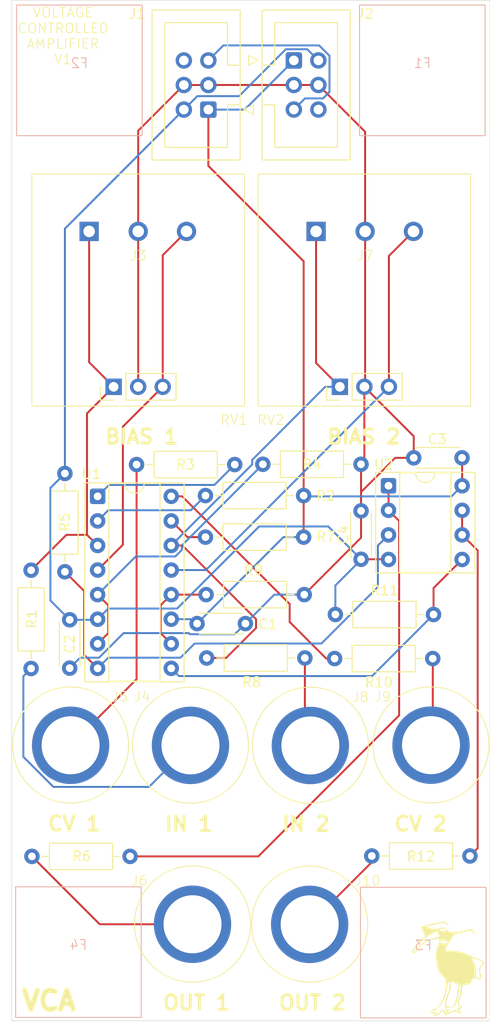
<source format=kicad_pcb>
(kicad_pcb (version 20241229) (generator "pcbnew") (generator_version "9.0")
  (layers (0 "F.Cu" signal) (2 "B.Cu" signal) (13 "F.Paste" user) (15 "B.Paste" user) (5 "F.SilkS" user "F.Silkscreen") (7 "B.SilkS" user "B.Silkscreen") (1 "F.Mask" user) (3 "B.Mask" user) (25 "Edge.Cuts" user))
  (net 0 "")
  (net 1 "-12V")
  (net 2 "GND")
  (net 3 "12V")
  (net 4 "5V")
  (net 7 "Net-(J3-Pin_3)")
  (net 8 "Net-(J3-Pin_1)")
  (net 9 "Net-(J4-Pin_1)")
  (net 10 "Net-(J5-Pin_1)")
  (net 11 "Net-(J6-Pin_1)")
  (net 12 "Net-(J7-Pin_1)")
  (net 13 "Net-(J7-Pin_3)")
  (net 14 "Net-(J8-Pin_1)")
  (net 15 "Net-(J9-Pin_1)")
  (net 16 "Net-(J10-Pin_1)")
  (net 17 "Net-(U1C-DIODE_BIAS)")
  (net 18 "Net-(R3-Pad1)")
  (net 19 "Net-(R4-Pad2)")
  (net 20 "Net-(U2A-+)")
  (net 21 "Net-(U1A-DIODE_BIAS)")
  (net 22 "Net-(R9-Pad2)")
  (net 23 "Net-(R10-Pad1)")
  (net 24 "Net-(U2A--)")
  (net 25 "Net-(U2B-+)")
  (net 26 "Net-(U2B--)")
  (footprint "modular2:banana-jack" (layer "F.Cu") (at 80.909369 121.514203)
    (property "Reference" "J8" (at 5.190631 -4.975062 0) (layer "F.SilkS") (effects (font (thickness 0.1))))
    (property "Value" "Input 2")
    (pad "1" thru_hole circle (at 0 0.024938) (size 8 8) (drill 6) (layers "*.Cu" "*.Mask") (net 14 "Net-(J8-Pin_1)"))
  )
  (footprint "Resistor_THT:R_Axial_DIN0207_L6.3mm_D2.5mm_P10.16mm_Horizontal" (layer "F.Cu") (at 97.429118 132.963937 180)
    (property "Reference" "R12" (at 5.08 -0.042012 0) (layer "F.SilkS"))
    (property "Value" "1k")
    (pad "1" thru_hole circle (at 0 0 180) (size 1.6 1.6) (drill 0.8) (layers "*.Cu" "*.Mask") (net 26 "Net-(U2B--)"))
    (pad "2" thru_hole circle (at 10.16 0 180) (size 1.6 1.6) (drill 0.8) (layers "*.Cu" "*.Mask") (net 16 "Net-(J10-Pin_1)"))
  )
  (footprint "Resistor_THT:R_Axial_DIN0207_L6.3mm_D2.5mm_P10.16mm_Horizontal" (layer "F.Cu") (at 80.211822 100 180)
    (property "Reference" "R7" (at -2.288178 0.042012 0) (layer "F.SilkS"))
    (property "Value" "10k")
    (pad "1" thru_hole circle (at 0 0 180) (size 1.6 1.6) (drill 0.8) (layers "*.Cu" "*.Mask") (net 3 "12V"))
    (pad "2" thru_hole circle (at 10.16 0 180) (size 1.6 1.6) (drill 0.8) (layers "*.Cu" "*.Mask") (net 21 "Net-(U1A-DIODE_BIAS)"))
  )
  (footprint "modular2:banana-jack" (layer "F.Cu") (at 80.836603 140.006636)
    (property "Reference" "J10" (at 6 -4.475062 0) (layer "F.SilkS") (effects (font (thickness 0.1))))
    (property "Value" "Output 2")
    (pad "1" thru_hole circle (at 0 0.024938) (size 8 8) (drill 6) (layers "*.Cu" "*.Mask") (net 16 "Net-(J10-Pin_1)"))
  )
  (footprint "Connector_IDC:IDC-Header_2x03_P2.54mm_Vertical" (layer "F.Cu") (at 70.351278 55.80448 180)
    (property "Reference" "J1" (at 7.351278 9.90948 0) (layer "F.SilkS"))
    (property "Value" "Power")
    (pad "1" thru_hole roundrect (at 0 0 180) (size 1.7 1.7) (drill 1) (layers "*.Cu" "*.Mask") (roundrect_rratio 0.147059) (net 3 "12V"))
    (pad "2" thru_hole circle (at 2.54 0 180) (size 1.7 1.7) (drill 1) (layers "*.Cu" "*.Mask") (net 1 "-12V"))
    (pad "3" thru_hole circle (at 0 2.54 180) (size 1.7 1.7) (drill 1) (layers "*.Cu" "*.Mask") (net 2 "GND"))
    (pad "4" thru_hole circle (at 2.54 2.54 180) (size 1.7 1.7) (drill 1) (layers "*.Cu" "*.Mask") (net 2 "GND"))
    (pad "5" thru_hole circle (at 0 5.08 180) (size 1.7 1.7) (drill 1) (layers "*.Cu" "*.Mask") (net 4 "5V"))
    (pad "6" thru_hole circle (at 2.54 5.08 180) (size 1.7 1.7) (drill 1) (layers "*.Cu" "*.Mask"))
  )
  (footprint "Resistor_THT:R_Axial_DIN0207_L6.3mm_D2.5mm_P10.16mm_Horizontal" (layer "F.Cu") (at 73.08 92.5 180)
    (property "Reference" "R3" (at 5.08 0 0) (layer "F.SilkS"))
    (property "Value" "20k")
    (pad "1" thru_hole circle (at 0 0 180) (size 1.6 1.6) (drill 0.8) (layers "*.Cu" "*.Mask") (net 18 "Net-(R3-Pad1)"))
    (pad "2" thru_hole circle (at 10.16 0 180) (size 1.6 1.6) (drill 0.8) (layers "*.Cu" "*.Mask") (net 10 "Net-(J5-Pin_1)"))
  )
  (footprint "Resistor_THT:R_Axial_DIN0207_L6.3mm_D2.5mm_P10.16mm_Horizontal" (layer "F.Cu") (at 55.5 103.58 90)
    (property "Reference" "R5" (at 5.120971 -0.021263 90) (layer "F.SilkS"))
    (property "Value" "5.1k")
    (pad "1" thru_hole circle (at 0 0 90) (size 1.6 1.6) (drill 0.8) (layers "*.Cu" "*.Mask") (net 20 "Net-(U2A-+)"))
    (pad "2" thru_hole circle (at 10.16 0 90) (size 1.6 1.6) (drill 0.8) (layers "*.Cu" "*.Mask") (net 1 "-12V"))
  )
  (footprint "Package_DIP:DIP-8_W7.62mm_Socket" (layer "F.Cu") (at 89 94.69)
    (property "Reference" "U2" (at -0.5 -2.19 0) (layer "F.SilkS"))
    (property "Value" "TL072")
    (pad "1" thru_hole roundrect (at 0 0) (size 1.6 1.6) (drill 0.8) (layers "*.Cu" "*.Mask") (roundrect_rratio 0.15625) (net 24 "Net-(U2A--)"))
    (pad "2" thru_hole circle (at 0 2.54) (size 1.6 1.6) (drill 0.8) (layers "*.Cu" "*.Mask") (net 24 "Net-(U2A--)"))
    (pad "3" thru_hole circle (at 0 5.08) (size 1.6 1.6) (drill 0.8) (layers "*.Cu" "*.Mask") (net 20 "Net-(U2A-+)"))
    (pad "4" thru_hole circle (at 0 7.62) (size 1.6 1.6) (drill 0.8) (layers "*.Cu" "*.Mask") (net 1 "-12V"))
    (pad "5" thru_hole circle (at 7.62 7.62) (size 1.6 1.6) (drill 0.8) (layers "*.Cu" "*.Mask") (net 25 "Net-(U2B-+)"))
    (pad "6" thru_hole circle (at 7.62 5.08) (size 1.6 1.6) (drill 0.8) (layers "*.Cu" "*.Mask") (net 26 "Net-(U2B--)"))
    (pad "7" thru_hole circle (at 7.62 2.54) (size 1.6 1.6) (drill 0.8) (layers "*.Cu" "*.Mask") (net 26 "Net-(U2B--)"))
    (pad "8" thru_hole circle (at 7.62 0) (size 1.6 1.6) (drill 0.8) (layers "*.Cu" "*.Mask") (net 3 "12V"))
  )
  (footprint "Resistor_THT:R_Axial_DIN0207_L6.3mm_D2.5mm_P10.16mm_Horizontal" (layer "F.Cu") (at 80.27697 105.944623 180)
    (property "Reference" "R9" (at 5.263025 2.513363 0) (layer "F.SilkS"))
    (property "Value" "20k")
    (pad "1" thru_hole circle (at 0 0 180) (size 1.6 1.6) (drill 0.8) (layers "*.Cu" "*.Mask") (net 2 "GND"))
    (pad "2" thru_hole circle (at 10.16 0 180) (size 1.6 1.6) (drill 0.8) (layers "*.Cu" "*.Mask") (net 22 "Net-(R9-Pad2)"))
  )
  (footprint "Capacitor_THT:C_Disc_D4.3mm_W1.9mm_P5.00mm" (layer "F.Cu") (at 74.183846 108.938969 180)
    (property "Reference" "C1" (at -2.316154 -0.061031 0) (layer "F.SilkS"))
    (property "Value" "100nf")
    (pad "1" thru_hole circle (at 0 0 180) (size 1.6 1.6) (drill 0.8) (layers "*.Cu" "*.Mask") (net 2 "GND"))
    (pad "2" thru_hole circle (at 5 0 180) (size 1.6 1.6) (drill 0.8) (layers "*.Cu" "*.Mask") (net 3 "12V"))
  )
  (footprint "modular2:pot-socket" (layer "F.Cu") (at 85.5 76.46)
    (property "Reference" "RV2" (at -8.685 11.435 0) (layer "F.SilkS") (effects (font (thickness 0.1))))
    (property "Value" "1K")
    (pad "" np_thru_hole circle (at -7.5 -11.5) (size 2.2 2.2) (drill 2.2) (layers "*.Cu" "*.Mask"))
    (pad "" np_thru_hole circle (at 9.55 -11.5) (size 2.2 2.2) (drill 2.2) (layers "*.Cu" "*.Mask"))
    (pad "1" thru_hole rect (at -1.54 8 90) (size 1.7 1.7) (drill 1) (layers "*.Cu" "*.Mask") (net 12 "Net-(J7-Pin_1)"))
    (pad "2" thru_hole circle (at 1 8 90) (size 1.7 1.7) (drill 1) (layers "*.Cu" "*.Mask") (net 2 "GND"))
    (pad "3" thru_hole circle (at 3.54 8 90) (size 1.7 1.7) (drill 1) (layers "*.Cu" "*.Mask") (net 13 "Net-(J7-Pin_3)"))
  )
  (footprint "Resistor_THT:R_Axial_DIN0207_L6.3mm_D2.5mm_P10.16mm_Horizontal" (layer "F.Cu") (at 62.247323 133.004329 180)
    (property "Reference" "R6" (at 5.014884 0.012747 0) (layer "F.SilkS"))
    (property "Value" "1k")
    (pad "1" thru_hole circle (at 0 0 180) (size 1.6 1.6) (drill 0.8) (layers "*.Cu" "*.Mask") (net 24 "Net-(U2A--)"))
    (pad "2" thru_hole circle (at 10.16 0 180) (size 1.6 1.6) (drill 0.8) (layers "*.Cu" "*.Mask") (net 11 "Net-(J6-Pin_1)"))
  )
  (footprint "modular2:banana-jack" (layer "F.Cu") (at 93.399066 121.481212)
    (property "Reference" "J9" (at -5 -4.975062 0) (layer "F.SilkS") (effects (font (thickness 0.1))))
    (property "Value" "CV 2")
    (pad "1" thru_hole circle (at 0 0.024938) (size 8 8) (drill 6) (layers "*.Cu" "*.Mask") (net 15 "Net-(J9-Pin_1)"))
  )
  (footprint "Resistor_THT:R_Axial_DIN0207_L6.3mm_D2.5mm_P10.16mm_Horizontal" (layer "F.Cu") (at 83.42 112.553862)
    (property "Reference" "R10" (at 4.58 2.446138 0) (layer "F.SilkS"))
    (property "Value" "20k")
    (pad "1" thru_hole circle (at 0 0) (size 1.6 1.6) (drill 0.8) (layers "*.Cu" "*.Mask") (net 23 "Net-(R10-Pad1)"))
    (pad "2" thru_hole circle (at 10.16 0) (size 1.6 1.6) (drill 0.8) (layers "*.Cu" "*.Mask") (net 15 "Net-(J9-Pin_1)"))
  )
  (footprint "modular2:banana-jack" (layer "F.Cu") (at 68.5 121.502628)
    (property "Reference" "J4" (at -5 -5.002628 0) (layer "F.SilkS") (effects (font (thickness 0.1))))
    (property "Value" "Input 1")
    (pad "1" thru_hole circle (at 0 0.024938) (size 8 8) (drill 6) (layers "*.Cu" "*.Mask") (net 9 "Net-(J4-Pin_1)"))
  )
  (footprint "modular2:pot" (layer "F.Cu") (at 86.58 71.395)
    (property "Reference" "J7" (at 0 -0.5 0) (layer "F.SilkS") (effects (font (thickness 0.1))))
    (property "Value" "Pot")
    (pad "1" thru_hole rect (at -5.08 -3 90) (size 2 2) (drill 1.2) (layers "*.Cu" "*.Mask") (net 12 "Net-(J7-Pin_1)"))
    (pad "2" thru_hole circle (at 0 -3 90) (size 2 2) (drill 1.2) (layers "*.Cu" "*.Mask") (net 2 "GND"))
    (pad "3" thru_hole circle (at 5 -3 90) (size 2 2) (drill 1.2) (layers "*.Cu" "*.Mask") (net 13 "Net-(J7-Pin_3)"))
  )
  (footprint "Resistor_THT:R_Axial_DIN0207_L6.3mm_D2.5mm_P10.16mm_Horizontal" (layer "F.Cu") (at 93.66 108 180)
    (property "Reference" "R11" (at 5.08 2.5 0) (layer "F.SilkS"))
    (property "Value" "5.1k")
    (pad "1" thru_hole circle (at 0 0 180) (size 1.6 1.6) (drill 0.8) (layers "*.Cu" "*.Mask") (net 25 "Net-(U2B-+)"))
    (pad "2" thru_hole circle (at 10.16 0 180) (size 1.6 1.6) (drill 0.8) (layers "*.Cu" "*.Mask") (net 1 "-12V"))
  )
  (footprint "Connector_IDC:IDC-Header_2x03_P2.54mm_Vertical" (layer "F.Cu") (at 79.2 50.72)
    (property "Reference" "J2" (at 7.4 -4.82 0) (layer "F.SilkS"))
    (property "Value" "Power")
    (pad "1" thru_hole roundrect (at 0 0) (size 1.7 1.7) (drill 1) (layers "*.Cu" "*.Mask") (roundrect_rratio 0.147059) (net 3 "12V"))
    (pad "2" thru_hole circle (at 2.54 0) (size 1.7 1.7) (drill 1) (layers "*.Cu" "*.Mask") (net 1 "-12V"))
    (pad "3" thru_hole circle (at 0 2.54) (size 1.7 1.7) (drill 1) (layers "*.Cu" "*.Mask") (net 2 "GND"))
    (pad "4" thru_hole circle (at 2.54 2.54) (size 1.7 1.7) (drill 1) (layers "*.Cu" "*.Mask") (net 2 "GND"))
    (pad "5" thru_hole circle (at 0 5.08) (size 1.7 1.7) (drill 1) (layers "*.Cu" "*.Mask") (net 4 "5V"))
    (pad "6" thru_hole circle (at 2.54 5.08) (size 1.7 1.7) (drill 1) (layers "*.Cu" "*.Mask"))
  )
  (footprint "Resistor_THT:R_Axial_DIN0207_L6.3mm_D2.5mm_P10.16mm_Horizontal" (layer "F.Cu") (at 80.211822 95.706162 180)
    (property "Reference" "R2" (at -2.288178 -0.023381 0) (layer "F.SilkS"))
    (property "Value" "10k")
    (pad "1" thru_hole circle (at 0 0 180) (size 1.6 1.6) (drill 0.8) (layers "*.Cu" "*.Mask") (net 3 "12V"))
    (pad "2" thru_hole circle (at 10.16 0 180) (size 1.6 1.6) (drill 0.8) (layers "*.Cu" "*.Mask") (net 17 "Net-(U1C-DIODE_BIAS)"))
  )
  (footprint "modular2:banana-jack" (layer "F.Cu") (at 56.090755 121.494718)
    (property "Reference" "J5" (at 5.109245 -4.994718 0) (layer "F.SilkS") (effects (font (thickness 0.1))))
    (property "Value" "CV 1")
    (pad "1" thru_hole circle (at 0 0.024938) (size 8 8) (drill 6) (layers "*.Cu" "*.Mask") (net 10 "Net-(J5-Pin_1)"))
  )
  (footprint "modular2:ibis-small" (layer "F.Cu") (at 95.2 144.7)
    (property "Reference" "G***" (hide yes))
    (property "Value" "LOGO" (hide yes))
  )
  (footprint "Capacitor_THT:C_Disc_D4.3mm_W1.9mm_P5.00mm" (layer "F.Cu") (at 86.156346 102.289996 90)
    (property "Reference" "C4" (at 2.534288 -1.812098 90) (layer "F.SilkS"))
    (property "Value" "100nf")
    (pad "1" thru_hole circle (at 0 0 90) (size 1.6 1.6) (drill 0.8) (layers "*.Cu" "*.Mask") (net 1 "-12V"))
    (pad "2" thru_hole circle (at 5 0 90) (size 1.6 1.6) (drill 0.8) (layers "*.Cu" "*.Mask") (net 2 "GND"))
  )
  (footprint "Capacitor_THT:C_Disc_D4.3mm_W1.9mm_P5.00mm" (layer "F.Cu") (at 55.995297 108.544862 -90)
    (property "Reference" "C2" (at 2.5 0 90) (layer "F.SilkS"))
    (property "Value" "100nf")
    (pad "1" thru_hole circle (at 0 0 270) (size 1.6 1.6) (drill 0.8) (layers "*.Cu" "*.Mask") (net 1 "-12V"))
    (pad "2" thru_hole circle (at 5 0 270) (size 1.6 1.6) (drill 0.8) (layers "*.Cu" "*.Mask") (net 2 "GND"))
  )
  (footprint "modular2:pot" (layer "F.Cu") (at 63.089532 71.395)
    (property "Reference" "J3" (at 0 -0.5 0) (layer "F.SilkS") (effects (font (thickness 0.1))))
    (property "Value" "Pot")
    (pad "1" thru_hole rect (at -5.08 -3 90) (size 2 2) (drill 1.2) (layers "*.Cu" "*.Mask") (net 8 "Net-(J3-Pin_1)"))
    (pad "2" thru_hole circle (at 0 -3 90) (size 2 2) (drill 1.2) (layers "*.Cu" "*.Mask") (net 2 "GND"))
    (pad "3" thru_hole circle (at 5 -3 90) (size 2 2) (drill 1.2) (layers "*.Cu" "*.Mask") (net 7 "Net-(J3-Pin_3)"))
  )
  (footprint "Resistor_THT:R_Axial_DIN0207_L6.3mm_D2.5mm_P10.16mm_Horizontal" (layer "F.Cu") (at 52 103.42 -90)
    (property "Reference" "R1" (at 5.045145 -0.057846 90) (layer "F.SilkS"))
    (property "Value" "20k")
    (pad "1" thru_hole circle (at 0 0 270) (size 1.6 1.6) (drill 0.8) (layers "*.Cu" "*.Mask") (net 8 "Net-(J3-Pin_1)"))
    (pad "2" thru_hole circle (at 10.16 0 270) (size 1.6 1.6) (drill 0.8) (layers "*.Cu" "*.Mask") (net 9 "Net-(J4-Pin_1)"))
  )
  (footprint "modular2:banana-jack" (layer "F.Cu") (at 68.711444 139.997243)
    (property "Reference" "J6" (at -5.5 -4.475062 0) (layer "F.SilkS") (effects (font (thickness 0.1))))
    (property "Value" "Output 1")
    (pad "1" thru_hole circle (at 0 0.024938) (size 8 8) (drill 6) (layers "*.Cu" "*.Mask") (net 11 "Net-(J6-Pin_1)"))
  )
  (footprint "modular2:pot-socket" (layer "F.Cu") (at 62.085 76.46)
    (property "Reference" "RV1" (at 10.915 11.435 0) (layer "F.SilkS") (effects (font (thickness 0.1))))
    (property "Value" "1K")
    (pad "" np_thru_hole circle (at -7.5 -11.5) (size 2.2 2.2) (drill 2.2) (layers "*.Cu" "*.Mask"))
    (pad "" np_thru_hole circle (at 9.55 -11.5) (size 2.2 2.2) (drill 2.2) (layers "*.Cu" "*.Mask"))
    (pad "1" thru_hole rect (at -1.54 8 90) (size 1.7 1.7) (drill 1) (layers "*.Cu" "*.Mask") (net 8 "Net-(J3-Pin_1)"))
    (pad "2" thru_hole circle (at 1 8 90) (size 1.7 1.7) (drill 1) (layers "*.Cu" "*.Mask") (net 2 "GND"))
    (pad "3" thru_hole circle (at 3.54 8 90) (size 1.7 1.7) (drill 1) (layers "*.Cu" "*.Mask") (net 7 "Net-(J3-Pin_3)"))
  )
  (footprint "Resistor_THT:R_Axial_DIN0207_L6.3mm_D2.5mm_P10.16mm_Horizontal" (layer "F.Cu") (at 70.180138 112.493625)
    (property "Reference" "R8" (at 4.66 2.506375 0) (layer "F.SilkS"))
    (property "Value" "20k")
    (pad "1" thru_hole circle (at 0 0) (size 1.6 1.6) (drill 0.8) (layers "*.Cu" "*.Mask") (net 12 "Net-(J7-Pin_1)"))
    (pad "2" thru_hole circle (at 10.16 0) (size 1.6 1.6) (drill 0.8) (layers "*.Cu" "*.Mask") (net 14 "Net-(J8-Pin_1)"))
  )
  (footprint "Resistor_THT:R_Axial_DIN0207_L6.3mm_D2.5mm_P10.16mm_Horizontal" (layer "F.Cu") (at 86.152534 92.469898 180)
    (property "Reference" "R4" (at 5.08 0 0) (layer "F.SilkS"))
    (property "Value" "20k")
    (pad "1" thru_hole circle (at 0 0 180) (size 1.6 1.6) (drill 0.8) (layers "*.Cu" "*.Mask") (net 2 "GND"))
    (pad "2" thru_hole circle (at 10.16 0 180) (size 1.6 1.6) (drill 0.8) (layers "*.Cu" "*.Mask") (net 19 "Net-(R4-Pad2)"))
  )
  (footprint "Capacitor_THT:C_Disc_D4.3mm_W1.9mm_P5.00mm" (layer "F.Cu") (at 91.610297 91.804394)
    (property "Reference" "C3" (at 2.430892 -1.931905 0) (layer "F.SilkS"))
    (property "Value" "100nf")
    (pad "1" thru_hole circle (at 0 0) (size 1.6 1.6) (drill 0.8) (layers "*.Cu" "*.Mask") (net 2 "GND"))
    (pad "2" thru_hole circle (at 5 0) (size 1.6 1.6) (drill 0.8) (layers "*.Cu" "*.Mask") (net 3 "12V"))
  )
  (footprint "Package_DIP:DIP-16_W7.62mm_Socket" (layer "F.Cu") (at 58.887798 95.78453)
    (property "Reference" "U1" (at -0.65008 -2.315744 0) (layer "F.SilkS"))
    (property "Value" "LM13700")
    (pad "1" thru_hole roundrect (at 0 0) (size 1.6 1.6) (drill 0.8) (layers "*.Cu" "*.Mask") (roundrect_rratio 0.15625) (net 18 "Net-(R3-Pad1)"))
    (pad "2" thru_hole circle (at 0 2.54) (size 1.6 1.6) (drill 0.8) (layers "*.Cu" "*.Mask") (net 17 "Net-(U1C-DIODE_BIAS)"))
    (pad "3" thru_hole circle (at 0 5.08) (size 1.6 1.6) (drill 0.8) (layers "*.Cu" "*.Mask") (net 8 "Net-(J3-Pin_1)"))
    (pad "4" thru_hole circle (at 0 7.62) (size 1.6 1.6) (drill 0.8) (layers "*.Cu" "*.Mask") (net 7 "Net-(J3-Pin_3)"))
    (pad "5" thru_hole circle (at 0 10.16) (size 1.6 1.6) (drill 0.8) (layers "*.Cu" "*.Mask") (net 19 "Net-(R4-Pad2)"))
    (pad "6" thru_hole circle (at 0 12.7) (size 1.6 1.6) (drill 0.8) (layers "*.Cu" "*.Mask") (net 1 "-12V"))
    (pad "7" thru_hole circle (at 0 15.24) (size 1.6 1.6) (drill 0.8) (layers "*.Cu" "*.Mask") (net 19 "Net-(R4-Pad2)"))
    (pad "8" thru_hole circle (at 0 17.78) (size 1.6 1.6) (drill 0.8) (layers "*.Cu" "*.Mask") (net 20 "Net-(U2A-+)"))
    (pad "9" thru_hole circle (at 7.62 17.78) (size 1.6 1.6) (drill 0.8) (layers "*.Cu" "*.Mask") (net 25 "Net-(U2B-+)"))
    (pad "10" thru_hole circle (at 7.62 15.24) (size 1.6 1.6) (drill 0.8) (layers "*.Cu" "*.Mask") (net 22 "Net-(R9-Pad2)"))
    (pad "11" thru_hole circle (at 7.62 12.7) (size 1.6 1.6) (drill 0.8) (layers "*.Cu" "*.Mask") (net 3 "12V"))
    (pad "12" thru_hole circle (at 7.62 10.16) (size 1.6 1.6) (drill 0.8) (layers "*.Cu" "*.Mask") (net 22 "Net-(R9-Pad2)"))
    (pad "13" thru_hole circle (at 7.62 7.62) (size 1.6 1.6) (drill 0.8) (layers "*.Cu" "*.Mask") (net 13 "Net-(J7-Pin_3)"))
    (pad "14" thru_hole circle (at 7.62 5.08) (size 1.6 1.6) (drill 0.8) (layers "*.Cu" "*.Mask") (net 12 "Net-(J7-Pin_1)"))
    (pad "15" thru_hole circle (at 7.62 2.54) (size 1.6 1.6) (drill 0.8) (layers "*.Cu" "*.Mask") (net 21 "Net-(U1A-DIODE_BIAS)"))
    (pad "16" thru_hole circle (at 7.62 0) (size 1.6 1.6) (drill 0.8) (layers "*.Cu" "*.Mask") (net 23 "Net-(R10-Pad1)"))
  )
  (footprint "modular2:foot" (layer "B.Cu") (at 56.9 142.65 180)
    (property "Reference" "F4" (at 0 0.5 0) (layer "B.SilkS") (effects (font (thickness 0.1)) (justify mirror)))
    (property "Value" "foot")
  )
  (footprint "modular2:foot" (layer "B.Cu") (at 92.6 142.7 180)
    (property "Reference" "F3" (at 0 0.5 0) (layer "B.SilkS") (effects (font (thickness 0.1)) (justify mirror)))
    (property "Value" "foot")
  )
  (footprint "modular2:foot" (layer "B.Cu") (at 57 51.5 180)
    (property "Reference" "F2" (at 0 0.5 0) (layer "B.SilkS") (effects (font (thickness 0.1)) (justify mirror)))
    (property "Value" "foot")
  )
  (footprint "modular2:foot" (layer "B.Cu") (at 92.5 51.5 180)
    (property "Reference" "F1" (at 0 0.5 0) (layer "B.SilkS") (effects (font (thickness 0.1)) (justify mirror)))
    (property "Value" "foot")
  )
  (gr_rect (start 50 44.5) (end 99.5 150) (stroke (width 0.05)) (fill no) (layer "Edge.Cuts"))
  (gr_text "VCA" (at 50.8 149.1 0) (layer "F.SilkS") (effects (font (size 2 2) (thickness 0.5) (bold yes)) (justify left bottom)))
  (gr_text "CV 2" (at 89.456848 130.516528 0) (layer "F.SilkS") (effects (font (size 1.5 1.5) (thickness 0.3) (bold yes)) (justify left bottom)))
  (gr_text "IN 1" (at 65.706922 130.519656 0) (layer "F.SilkS") (effects (font (size 1.5 1.5) (thickness 0.3) (bold yes)) (justify left bottom)))
  (gr_text "OUT 2" (at 77.5 149 0) (layer "F.SilkS") (effects (font (size 1.5 1.5) (thickness 0.3) (bold yes)) (justify left bottom)))
  (gr_text "IN 2" (at 77.830942 130.532761 0) (layer "F.SilkS") (effects (font (size 1.5 1.5) (thickness 0.3) (bold yes)) (justify left bottom)))
  (gr_text "BIAS 2" (at 82.5 90.5 0) (layer "F.SilkS") (effects (font (size 1.5 1.5) (thickness 0.3) (bold yes)) (justify left bottom)))
  (gr_text "BIAS 1" (at 59.5 90.5 0) (layer "F.SilkS") (effects (font (size 1.5 1.5) (thickness 0.3) (bold yes)) (justify left bottom)))
  (gr_text "OUT 1" (at 65.5 149 0) (layer "F.SilkS") (effects (font (size 1.5 1.5) (thickness 0.3) (bold yes)) (justify left bottom)))
  (gr_text "CV 1" (at 53.590755 130.494718 0) (layer "F.SilkS") (effects (font (size 1.5 1.5) (thickness 0.3) (bold yes)) (justify left bottom)))
  (gr_text "VOLTAGE\nCONTROLLED\nAMPLIFIER\nV1" (at 55.3 48.2 0) (layer "F.SilkS") (effects (font (size 1 1) (thickness 0.1))))
  (segment (start 86.156346 102.289996) (end 88.979996 102.289996) (width 0.2) (layer "F.Cu") (net 1))
  (segment (start 88.979996 102.289996) (end 89 102.31) (width 0.2) (layer "F.Cu") (net 1))
  (segment (start 78.36484 49.569) (end 80.589 49.569) (width 0.2) (layer "B.Cu") (net 1))
  (segment (start 75.605543 98.899) (end 82.76535 98.899) (width 0.2) (layer "B.Cu") (net 1))
  (segment (start 55.5 93.42) (end 55.5 68.115758) (width 0.2) (layer "B.Cu") (net 1))
  (segment (start 55.5 93.42) (end 54 94.92) (width 0.2) (layer "B.Cu") (net 1))
  (segment (start 86.156346 102.343654) (end 83.5 105) (width 0.2) (layer "B.Cu") (net 1))
  (segment (start 86.156346 102.289996) (end 86.156346 102.343654) (width 0.2) (layer "B.Cu") (net 1))
  (segment (start 58.887798 108.48453) (end 59.988798 107.38353) (width 0.2) (layer "B.Cu") (net 1))
  (segment (start 83.5 105) (end 83.5 108) (width 0.2) (layer "B.Cu") (net 1))
  (segment (start 55.5 68.115758) (end 67.811278 55.80448) (width 0.2) (layer "B.Cu") (net 1))
  (segment (start 73.51836 54.41548) (end 78.36484 49.569) (width 0.2) (layer "B.Cu") (net 1))
  (segment (start 67.811278 55.80448) (end 69.200278 54.41548) (width 0.2) (layer "B.Cu") (net 1))
  (segment (start 80.589 49.569) (end 81.74 50.72) (width 0.2) (layer "B.Cu") (net 1))
  (segment (start 82.76535 98.899) (end 86.156346 102.289996) (width 0.2) (layer "B.Cu") (net 1))
  (segment (start 67.121013 107.38353) (end 75.605543 98.899) (width 0.2) (layer "B.Cu") (net 1))
  (segment (start 58.827466 108.544862) (end 58.887798 108.48453) (width 0.2) (layer "B.Cu") (net 1))
  (segment (start 54 106.549565) (end 55.995297 108.544862) (width 0.2) (layer "B.Cu") (net 1))
  (segment (start 69.200278 54.41548) (end 73.51836 54.41548) (width 0.2) (layer "B.Cu") (net 1))
  (segment (start 55.995297 108.544862) (end 58.827466 108.544862) (width 0.2) (layer "B.Cu") (net 1))
  (segment (start 59.988798 107.38353) (end 67.121013 107.38353) (width 0.2) (layer "B.Cu") (net 1))
  (segment (start 54 94.92) (end 54 106.549565) (width 0.2) (layer "B.Cu") (net 1))
  (segment (start 70.351278 53.26448) (end 70.66448 53.26448) (width 0.2) (layer "F.Cu") (net 2))
  (segment (start 70.66896 53.26) (end 81.74 53.26) (width 0.2) (layer "F.Cu") (net 2))
  (segment (start 86.58 58.1) (end 81.74 53.26) (width 0.2) (layer "F.Cu") (net 2))
  (segment (start 70.66448 53.26448) (end 70.66896 53.26) (width 0.2) (layer "F.Cu") (net 2))
  (segment (start 67.811278 53.26448) (end 70.351278 53.26448) (width 0.2) (layer "F.Cu") (net 2))
  (segment (start 86.156346 92.47371) (end 86.152534 92.469898) (width 0.2) (layer "F.Cu") (net 2))
  (segment (start 63.089532 68.395) (end 63.089532 57.986226) (width 0.2) (layer "F.Cu") (net 2))
  (segment (start 63.089532 84.455468) (end 63.085 84.46) (width 0.2) (layer "F.Cu") (net 2))
  (segment (start 91.610297 89.570297) (end 91.610297 91.804394) (width 0.2) (layer "F.Cu") (net 2))
  (segment (start 86.58 84.38) (end 86.5 84.46) (width 0.2) (layer "F.Cu") (net 2))
  (segment (start 86.58 68.395) (end 86.58 58.1) (width 0.2) (layer "F.Cu") (net 2))
  (segment (start 63.089532 57.986226) (end 67.811278 53.26448) (width 0.2) (layer "F.Cu") (net 2))
  (segment (start 86.5 84.46) (end 86.5 92.122432) (width 0.2) (layer "F.Cu") (net 2))
  (segment (start 86.156346 95.343654) (end 86.156346 97.289996) (width 0.2) (layer "F.Cu") (net 2))
  (segment (start 86.156346 100.065247) (end 80.27697 105.944623) (width 0.2) (layer "F.Cu") (net 2))
  (segment (start 89.695606 91.804394) (end 86.156346 95.343654) (width 0.2) (layer "F.Cu") (net 2))
  (segment (start 86.5 84.46) (end 91.610297 89.570297) (width 0.2) (layer "F.Cu") (net 2))
  (segment (start 86.156346 97.289996) (end 86.156346 92.47371) (width 0.2) (layer "F.Cu") (net 2))
  (segment (start 86.156346 97.289996) (end 86.156346 100.065247) (width 0.2) (layer "F.Cu") (net 2))
  (segment (start 91.610297 91.804394) (end 89.695606 91.804394) (width 0.2) (layer "F.Cu") (net 2))
  (segment (start 86.58 68.395) (end 86.58 84.38) (width 0.2) (layer "F.Cu") (net 2))
  (segment (start 63.089532 68.395) (end 63.089532 84.455468) (width 0.2) (layer "F.Cu") (net 2))
  (segment (start 86.5 92.122432) (end 86.152534 92.469898) (width 0.2) (layer "F.Cu") (net 2))
  (segment (start 77.178192 105.944623) (end 74.183846 108.938969) (width 0.2) (layer "B.Cu") (net 2))
  (segment (start 73.082846 110.039969) (end 74.183846 108.938969) (width 0.2) (layer "B.Cu") (net 2))
  (segment (start 80.27697 105.944623) (end 77.178192 105.944623) (width 0.2) (layer "B.Cu") (net 2))
  (segment (start 68.440969 110.039969) (end 73.082846 110.039969) (width 0.2) (layer "B.Cu") (net 2))
  (segment (start 59.03647 112.46353) (end 61.57647 109.92353) (width 0.2) (layer "B.Cu") (net 2))
  (segment (start 68.32453 109.92353) (end 68.440969 110.039969) (width 0.2) (layer "B.Cu") (net 2))
  (segment (start 57.076629 112.46353) (end 59.03647 112.46353) (width 0.2) (layer "B.Cu") (net 2))
  (segment (start 61.57647 109.92353) (end 68.32453 109.92353) (width 0.2) (layer "B.Cu") (net 2))
  (segment (start 55.995297 113.544862) (end 57.076629 112.46353) (width 0.2) (layer "B.Cu") (net 2))
  (segment (start 70.351278 61.624254) (end 70.351278 55.80448) (width 0.2) (layer "F.Cu") (net 3))
  (segment (start 80.211822 95.706162) (end 80.211822 100) (width 0.2) (layer "F.Cu") (net 3))
  (segment (start 96.62 91.814097) (end 96.610297 91.804394) (width 0.2) (layer "F.Cu") (net 3))
  (segment (start 80.211822 71.484798) (end 70.351278 61.624254) (width 0.2) (layer "F.Cu") (net 3))
  (segment (start 80.211822 95.706162) (end 80.211822 71.484798) (width 0.2) (layer "F.Cu") (net 3))
  (segment (start 96.62 94.69) (end 96.62 91.814097) (width 0.2) (layer "F.Cu") (net 3))
  (segment (start 68.938969 108.938969) (end 68.48453 108.48453) (width 0.2) (layer "B.Cu") (net 3))
  (segment (start 70.351278 55.80448) (end 74.11552 55.80448) (width 0.2) (layer "B.Cu") (net 3))
  (segment (start 68.48453 108.48453) (end 66.507798 108.48453) (width 0.2) (layer "B.Cu") (net 3))
  (segment (start 78.122815 100) (end 69.183846 108.938969) (width 0.2) (layer "B.Cu") (net 3))
  (segment (start 80.211822 100) (end 78.122815 100) (width 0.2) (layer "B.Cu") (net 3))
  (segment (start 80.211822 95.706162) (end 80.29666 95.791) (width 0.2) (layer "B.Cu") (net 3))
  (segment (start 95.519 95.791) (end 96.62 94.69) (width 0.2) (layer "B.Cu") (net 3))
  (segment (start 80.29666 95.791) (end 95.519 95.791) (width 0.2) (layer "B.Cu") (net 3))
  (segment (start 69.183846 108.938969) (end 68.938969 108.938969) (width 0.2) (layer "B.Cu") (net 3))
  (segment (start 74.11552 55.80448) (end 79.2 50.72) (width 0.2) (layer "B.Cu") (net 3))
  (segment (start 82.891 50.24324) (end 82.891 53.97476) (width 0.2) (layer "B.Cu") (net 4))
  (segment (start 81.81576 49.168) (end 82.891 50.24324) (width 0.2) (layer "B.Cu") (net 4))
  (segment (start 82.891 53.97476) (end 82.21676 54.649) (width 0.2) (layer "B.Cu") (net 4))
  (segment (start 70.351278 50.72448) (end 71.907758 49.168) (width 0.2) (layer "B.Cu") (net 4))
  (segment (start 82.21676 54.649) (end 80.351 54.649) (width 0.2) (layer "B.Cu") (net 4))
  (segment (start 80.351 54.649) (end 79.2 55.8) (width 0.2) (layer "B.Cu") (net 4))
  (segment (start 71.907758 49.168) (end 81.81576 49.168) (width 0.2) (layer "B.Cu") (net 4))
  (segment (start 61.5 88.585) (end 61.5 100.792328) (width 0.2) (layer "F.Cu") (net 7))
  (segment (start 65.625 70.859532) (end 65.625 84.46) (width 0.2) (layer "F.Cu") (net 7))
  (segment (start 65.625 84.46) (end 61.5 88.585) (width 0.2) (layer "F.Cu") (net 7))
  (segment (start 68.089532 68.395) (end 65.625 70.859532) (width 0.2) (layer "F.Cu") (net 7))
  (segment (start 61.5 100.792328) (end 58.887798 103.40453) (width 0.2) (layer "F.Cu") (net 7))
  (segment (start 55.65647 99.76353) (end 57.786798 99.76353) (width 0.2) (layer "F.Cu") (net 8))
  (segment (start 57.786798 99.76353) (end 58.887798 100.86453) (width 0.2) (layer "F.Cu") (net 8))
  (segment (start 57.786798 87.218202) (end 57.786798 99.76353) (width 0.2) (layer "F.Cu") (net 8))
  (segment (start 60.545 84.46) (end 57.786798 87.218202) (width 0.2) (layer "F.Cu") (net 8))
  (segment (start 58.009532 81.924532) (end 60.545 84.46) (width 0.2) (layer "F.Cu") (net 8))
  (segment (start 52 103.42) (end 55.65647 99.76353) (width 0.2) (layer "F.Cu") (net 8))
  (segment (start 58.009532 68.395) (end 58.009532 81.924532) (width 0.2) (layer "F.Cu") (net 8))
  (segment (start 52 113.58) (end 51.200001 114.379999) (width 0.2) (layer "B.Cu") (net 9))
  (segment (start 54.309222 125.820656) (end 64.20691 125.820656) (width 0.2) (layer "B.Cu") (net 9))
  (segment (start 51.200001 114.379999) (end 51.200001 122.711435) (width 0.2) (layer "B.Cu") (net 9))
  (segment (start 64.20691 125.820656) (end 68.5 121.527566) (width 0.2) (layer "B.Cu") (net 9))
  (segment (start 51.200001 122.711435) (end 54.309222 125.820656) (width 0.2) (layer "B.Cu") (net 9))
  (segment (start 62.92 114.690411) (end 56.090755 121.519656) (width 0.2) (layer "F.Cu") (net 10))
  (segment (start 62.92 92.5) (end 62.92 114.690411) (width 0.2) (layer "F.Cu") (net 10))
  (segment (start 68.711444 140.022181) (end 59.105175 140.022181) (width 0.2) (layer "F.Cu") (net 11))
  (segment (start 59.105175 140.022181) (end 52.087323 133.004329) (width 0.2) (layer "F.Cu") (net 11))
  (segment (start 66.507798 100.86453) (end 67.666457 100.86453) (width 0.2) (layer "F.Cu") (net 12))
  (segment (start 81.5 82) (end 83.96 84.46) (width 0.2) (layer "F.Cu") (net 12))
  (segment (start 75.284846 109.395019) (end 72.18624 112.493625) (width 0.2) (layer "F.Cu") (net 12))
  (segment (start 67.666457 100.86453) (end 75.284846 108.482919) (width 0.2) (layer "F.Cu") (net 12))
  (segment (start 75.284846 108.482919) (end 75.284846 109.395019) (width 0.2) (layer "F.Cu") (net 12))
  (segment (start 81.5 68.395) (end 81.5 82) (width 0.2) (layer "F.Cu") (net 12))
  (segment (start 72.18624 112.493625) (end 70.180138 112.493625) (width 0.2) (layer "F.Cu") (net 12))
  (segment (start 74.891534 92.013848) (end 74.891534 92.480794) (width 0.2) (layer "B.Cu") (net 12))
  (segment (start 83.96 84.46) (end 82.445382 84.46) (width 0.2) (layer "B.Cu") (net 12))
  (segment (start 82.445382 84.46) (end 74.891534 92.013848) (width 0.2) (layer "B.Cu") (net 12))
  (segment (start 74.891534 92.480794) (end 66.507798 100.86453) (width 0.2) (layer "B.Cu") (net 12))
  (segment (start 89.04 70.935) (end 89.04 84.46) (width 0.2) (layer "F.Cu") (net 13))
  (segment (start 91.58 68.395) (end 89.04 70.935) (width 0.2) (layer "F.Cu") (net 13))
  (segment (start 70.09547 103.40453) (end 89.04 84.46) (width 0.2) (layer "B.Cu") (net 13))
  (segment (start 66.507798 103.40453) (end 70.09547 103.40453) (width 0.2) (layer "B.Cu") (net 13))
  (segment (start 80.340138 120.96991) (end 80.909369 121.539141) (width 0.2) (layer "F.Cu") (net 14))
  (segment (start 80.340138 112.493625) (end 80.340138 120.96991) (width 0.2) (layer "F.Cu") (net 14))
  (segment (start 93.58 120.393376) (end 92.456848 121.516528) (width 0.2) (layer "F.Cu") (net 15))
  (segment (start 93.58 112.553862) (end 93.58 121.325216) (width 0.2) (layer "F.Cu") (net 15))
  (segment (start 93.58 121.325216) (end 93.399066 121.50615) (width 0.2) (layer "F.Cu") (net 15))
  (segment (start 87.269118 133.599059) (end 87.269118 132.963937) (width 0.2) (layer "F.Cu") (net 16))
  (segment (start 80.836603 140.031574) (end 87.269118 133.599059) (width 0.2) (layer "F.Cu") (net 16))
  (segment (start 68.534454 97.22353) (end 70.051822 95.706162) (width 0.2) (layer "B.Cu") (net 17))
  (segment (start 59.988798 97.22353) (end 68.534454 97.22353) (width 0.2) (layer "B.Cu") (net 17))
  (segment (start 58.887798 98.32453) (end 59.988798 97.22353) (width 0.2) (layer "B.Cu") (net 17))
  (segment (start 70.974838 94.605162) (end 73.08 92.5) (width 0.2) (layer "B.Cu") (net 18))
  (segment (start 58.887798 95.78453) (end 60.067166 94.605162) (width 0.2) (layer "B.Cu") (net 18))
  (segment (start 60.067166 94.605162) (end 70.974838 94.605162) (width 0.2) (layer "B.Cu") (net 18))
  (segment (start 59.988798 107.04553) (end 59.988798 109.92353) (width 0.2) (layer "F.Cu") (net 19))
  (segment (start 58.887798 105.94453) (end 59.988798 107.04553) (width 0.2) (layer "F.Cu") (net 19))
  (segment (start 59.988798 109.92353) (end 58.887798 111.02453) (width 0.2) (layer "F.Cu") (net 19))
  (segment (start 66.929378 102) (end 62.832328 102) (width 0.2) (layer "B.Cu") (net 19))
  (segment (start 75.992534 92.469898) (end 67.608798 100.853634) (width 0.2) (layer "B.Cu") (net 19))
  (segment (start 62.832328 102) (end 58.887798 105.94453) (width 0.2) (layer "B.Cu") (net 19))
  (segment (start 67.608798 100.853634) (end 67.608798 101.32058) (width 0.2) (layer "B.Cu") (net 19))
  (segment (start 67.608798 101.32058) (end 66.929378 102) (width 0.2) (layer "B.Cu") (net 19))
  (segment (start 57.5 105.58) (end 57.5 112.176732) (width 0.2) (layer "F.Cu") (net 20))
  (segment (start 55.5 103.58) (end 57.5 105.58) (width 0.2) (layer "F.Cu") (net 20))
  (segment (start 57.5 112.176732) (end 58.887798 113.56453) (width 0.2) (layer "F.Cu") (net 20))
  (segment (start 87.899 105.15805) (end 87.899 100.871) (width 0.2) (layer "B.Cu") (net 20))
  (segment (start 87.899 100.871) (end 89 99.77) (width 0.2) (layer "B.Cu") (net 20))
  (segment (start 82.05705 111) (end 87.899 105.15805) (width 0.2) (layer "B.Cu") (net 20))
  (segment (start 59.988798 112.46353) (end 67.46353 112.46353) (width 0.2) (layer "B.Cu") (net 20))
  (segment (start 68.92706 111) (end 82.05705 111) (width 0.2) (layer "B.Cu") (net 20))
  (segment (start 67.46353 112.46353) (end 68.92706 111) (width 0.2) (layer "B.Cu") (net 20))
  (segment (start 58.887798 113.56453) (end 59.988798 112.46353) (width 0.2) (layer "B.Cu") (net 20))
  (segment (start 68.183268 100) (end 66.507798 98.32453) (width 0.2) (layer "F.Cu") (net 21))
  (segment (start 70.051822 100) (end 68.183268 100) (width 0.2) (layer "F.Cu") (net 21))
  (segment (start 66.507798 105.94453) (end 66.94453 105.94453) (width 0.2) (layer "F.Cu") (net 22))
  (segment (start 66.94453 105.94453) (end 66.944623 105.944623) (width 0.2) (layer "F.Cu") (net 22))
  (segment (start 65.406798 107.04553) (end 66.507798 105.94453) (width 0.2) (layer "F.Cu") (net 22))
  (segment (start 65.406798 109.92353) (end 65.406798 107.04553) (width 0.2) (layer "F.Cu") (net 22))
  (segment (start 66.507798 111.02453) (end 65.406798 109.92353) (width 0.2) (layer "F.Cu") (net 22))
  (segment (start 66.944623 105.944623) (end 70.11697 105.944623) (width 0.2) (layer "F.Cu") (net 22))
  (segment (start 78.767001 106.912363) (end 78.767001 108.767001) (width 0.2) (layer "F.Cu") (net 23))
  (segment (start 78.767001 108.767001) (end 82.553862 112.553862) (width 0.2) (layer "F.Cu") (net 23))
  (segment (start 82.553862 112.553862) (end 83.42 112.553862) (width 0.2) (layer "F.Cu") (net 23))
  (segment (start 67.639168 95.78453) (end 78.767001 106.912363) (width 0.2) (layer "F.Cu") (net 23))
  (segment (start 66.507798 95.78453) (end 67.639168 95.78453) (width 0.2) (layer "F.Cu") (net 23))
  (segment (start 89 97.23) (end 89 94.69) (width 0.2) (layer "F.Cu") (net 24))
  (segment (start 90.101 98.331) (end 89 97.23) (width 0.2) (layer "F.Cu") (net 24))
  (segment (start 75.526714 133.004329) (end 90.101 118.430043) (width 0.2) (layer "F.Cu") (net 24))
  (segment (start 90.101 118.430043) (end 90.101 98.331) (width 0.2) (layer "F.Cu") (net 24))
  (segment (start 62.247323 133.004329) (end 75.526714 133.004329) (width 0.2) (layer "F.Cu") (net 24))
  (segment (start 93.66 105.27) (end 96.62 102.31) (width 0.2) (layer "F.Cu") (net 25))
  (segment (start 93.66 108) (end 93.66 105.27) (width 0.2) (layer "F.Cu") (net 25))
  (segment (start 87.295471 114.364529) (end 93.66 108) (width 0.2) (layer "B.Cu") (net 25))
  (segment (start 67.307797 114.364529) (end 87.295471 114.364529) (width 0.2) (layer "B.Cu") (net 25))
  (segment (start 66.507798 113.56453) (end 67.307797 114.364529) (width 0.2) (layer "B.Cu") (net 25))
  (segment (start 96.62 99.77) (end 96.62 97.23) (width 0.2) (layer "F.Cu") (net 26))
  (segment (start 98.229117 132.163938) (end 98.229117 101.379117) (width 0.2) (layer "F.Cu") (net 26))
  (segment (start 98.229117 101.379117) (end 96.62 99.77) (width 0.2) (layer "F.Cu") (net 26))
  (segment (start 97.429118 132.963937) (end 98.229117 132.163938) (width 0.2) (layer "F.Cu") (net 26))
)
</source>
